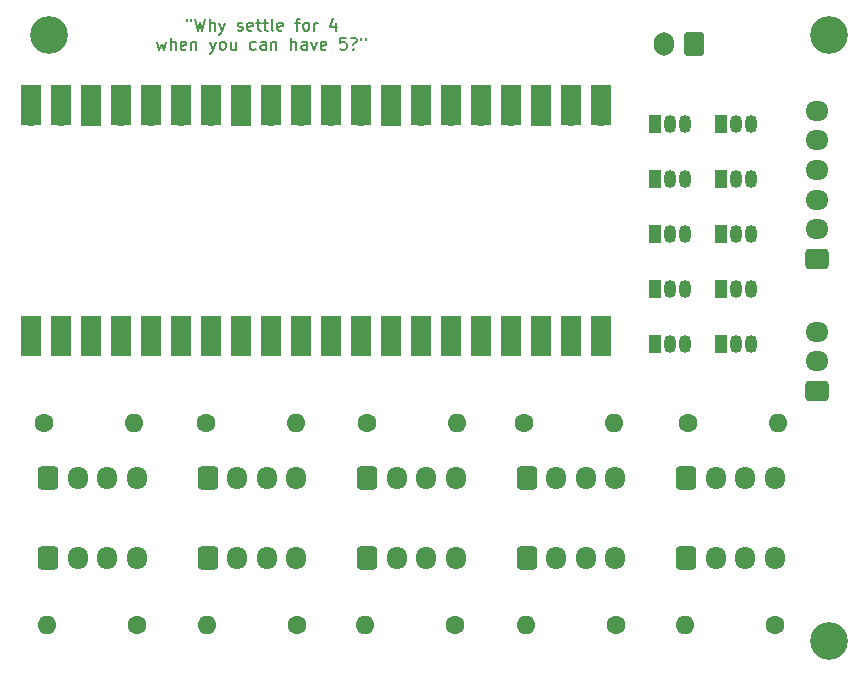
<source format=gts>
%TF.GenerationSoftware,KiCad,Pcbnew,(6.0.8)*%
%TF.CreationDate,2023-01-23T02:10:56-07:00*%
%TF.ProjectId,PicoIO-THT,5069636f-494f-42d5-9448-542e6b696361,rev?*%
%TF.SameCoordinates,Original*%
%TF.FileFunction,Soldermask,Top*%
%TF.FilePolarity,Negative*%
%FSLAX46Y46*%
G04 Gerber Fmt 4.6, Leading zero omitted, Abs format (unit mm)*
G04 Created by KiCad (PCBNEW (6.0.8)) date 2023-01-23 02:10:57*
%MOMM*%
%LPD*%
G01*
G04 APERTURE LIST*
G04 Aperture macros list*
%AMRoundRect*
0 Rectangle with rounded corners*
0 $1 Rounding radius*
0 $2 $3 $4 $5 $6 $7 $8 $9 X,Y pos of 4 corners*
0 Add a 4 corners polygon primitive as box body*
4,1,4,$2,$3,$4,$5,$6,$7,$8,$9,$2,$3,0*
0 Add four circle primitives for the rounded corners*
1,1,$1+$1,$2,$3*
1,1,$1+$1,$4,$5*
1,1,$1+$1,$6,$7*
1,1,$1+$1,$8,$9*
0 Add four rect primitives between the rounded corners*
20,1,$1+$1,$2,$3,$4,$5,0*
20,1,$1+$1,$4,$5,$6,$7,0*
20,1,$1+$1,$6,$7,$8,$9,0*
20,1,$1+$1,$8,$9,$2,$3,0*%
G04 Aperture macros list end*
%ADD10C,0.150000*%
%ADD11O,1.950000X1.700000*%
%ADD12RoundRect,0.250000X0.725000X-0.600000X0.725000X0.600000X-0.725000X0.600000X-0.725000X-0.600000X0*%
%ADD13R,1.700000X3.500000*%
%ADD14O,1.700000X1.700000*%
%ADD15R,1.700000X1.700000*%
%ADD16RoundRect,0.250000X-0.600000X-0.725000X0.600000X-0.725000X0.600000X0.725000X-0.600000X0.725000X0*%
%ADD17O,1.700000X1.950000*%
%ADD18C,1.600000*%
%ADD19O,1.600000X1.600000*%
%ADD20C,3.200000*%
%ADD21O,1.050000X1.500000*%
%ADD22R,1.050000X1.500000*%
%ADD23RoundRect,0.250000X0.600000X0.750000X-0.600000X0.750000X-0.600000X-0.750000X0.600000X-0.750000X0*%
%ADD24O,1.700000X2.000000*%
G04 APERTURE END LIST*
D10*
X125192857Y-67664380D02*
X125192857Y-67854857D01*
X125573809Y-67664380D02*
X125573809Y-67854857D01*
X125907142Y-67664380D02*
X126145238Y-68664380D01*
X126335714Y-67950095D01*
X126526190Y-68664380D01*
X126764285Y-67664380D01*
X127145238Y-68664380D02*
X127145238Y-67664380D01*
X127573809Y-68664380D02*
X127573809Y-68140571D01*
X127526190Y-68045333D01*
X127430952Y-67997714D01*
X127288095Y-67997714D01*
X127192857Y-68045333D01*
X127145238Y-68092952D01*
X127954761Y-67997714D02*
X128192857Y-68664380D01*
X128430952Y-67997714D02*
X128192857Y-68664380D01*
X128097619Y-68902476D01*
X128050000Y-68950095D01*
X127954761Y-68997714D01*
X129526190Y-68616761D02*
X129621428Y-68664380D01*
X129811904Y-68664380D01*
X129907142Y-68616761D01*
X129954761Y-68521523D01*
X129954761Y-68473904D01*
X129907142Y-68378666D01*
X129811904Y-68331047D01*
X129669047Y-68331047D01*
X129573809Y-68283428D01*
X129526190Y-68188190D01*
X129526190Y-68140571D01*
X129573809Y-68045333D01*
X129669047Y-67997714D01*
X129811904Y-67997714D01*
X129907142Y-68045333D01*
X130764285Y-68616761D02*
X130669047Y-68664380D01*
X130478571Y-68664380D01*
X130383333Y-68616761D01*
X130335714Y-68521523D01*
X130335714Y-68140571D01*
X130383333Y-68045333D01*
X130478571Y-67997714D01*
X130669047Y-67997714D01*
X130764285Y-68045333D01*
X130811904Y-68140571D01*
X130811904Y-68235809D01*
X130335714Y-68331047D01*
X131097619Y-67997714D02*
X131478571Y-67997714D01*
X131240476Y-67664380D02*
X131240476Y-68521523D01*
X131288095Y-68616761D01*
X131383333Y-68664380D01*
X131478571Y-68664380D01*
X131669047Y-67997714D02*
X132050000Y-67997714D01*
X131811904Y-67664380D02*
X131811904Y-68521523D01*
X131859523Y-68616761D01*
X131954761Y-68664380D01*
X132050000Y-68664380D01*
X132526190Y-68664380D02*
X132430952Y-68616761D01*
X132383333Y-68521523D01*
X132383333Y-67664380D01*
X133288095Y-68616761D02*
X133192857Y-68664380D01*
X133002380Y-68664380D01*
X132907142Y-68616761D01*
X132859523Y-68521523D01*
X132859523Y-68140571D01*
X132907142Y-68045333D01*
X133002380Y-67997714D01*
X133192857Y-67997714D01*
X133288095Y-68045333D01*
X133335714Y-68140571D01*
X133335714Y-68235809D01*
X132859523Y-68331047D01*
X134383333Y-67997714D02*
X134764285Y-67997714D01*
X134526190Y-68664380D02*
X134526190Y-67807238D01*
X134573809Y-67712000D01*
X134669047Y-67664380D01*
X134764285Y-67664380D01*
X135240476Y-68664380D02*
X135145238Y-68616761D01*
X135097619Y-68569142D01*
X135050000Y-68473904D01*
X135050000Y-68188190D01*
X135097619Y-68092952D01*
X135145238Y-68045333D01*
X135240476Y-67997714D01*
X135383333Y-67997714D01*
X135478571Y-68045333D01*
X135526190Y-68092952D01*
X135573809Y-68188190D01*
X135573809Y-68473904D01*
X135526190Y-68569142D01*
X135478571Y-68616761D01*
X135383333Y-68664380D01*
X135240476Y-68664380D01*
X136002380Y-68664380D02*
X136002380Y-67997714D01*
X136002380Y-68188190D02*
X136050000Y-68092952D01*
X136097619Y-68045333D01*
X136192857Y-67997714D01*
X136288095Y-67997714D01*
X137811904Y-67997714D02*
X137811904Y-68664380D01*
X137573809Y-67616761D02*
X137335714Y-68331047D01*
X137954761Y-68331047D01*
X122692857Y-69607714D02*
X122883333Y-70274380D01*
X123073809Y-69798190D01*
X123264285Y-70274380D01*
X123454761Y-69607714D01*
X123835714Y-70274380D02*
X123835714Y-69274380D01*
X124264285Y-70274380D02*
X124264285Y-69750571D01*
X124216666Y-69655333D01*
X124121428Y-69607714D01*
X123978571Y-69607714D01*
X123883333Y-69655333D01*
X123835714Y-69702952D01*
X125121428Y-70226761D02*
X125026190Y-70274380D01*
X124835714Y-70274380D01*
X124740476Y-70226761D01*
X124692857Y-70131523D01*
X124692857Y-69750571D01*
X124740476Y-69655333D01*
X124835714Y-69607714D01*
X125026190Y-69607714D01*
X125121428Y-69655333D01*
X125169047Y-69750571D01*
X125169047Y-69845809D01*
X124692857Y-69941047D01*
X125597619Y-69607714D02*
X125597619Y-70274380D01*
X125597619Y-69702952D02*
X125645238Y-69655333D01*
X125740476Y-69607714D01*
X125883333Y-69607714D01*
X125978571Y-69655333D01*
X126026190Y-69750571D01*
X126026190Y-70274380D01*
X127169047Y-69607714D02*
X127407142Y-70274380D01*
X127645238Y-69607714D02*
X127407142Y-70274380D01*
X127311904Y-70512476D01*
X127264285Y-70560095D01*
X127169047Y-70607714D01*
X128169047Y-70274380D02*
X128073809Y-70226761D01*
X128026190Y-70179142D01*
X127978571Y-70083904D01*
X127978571Y-69798190D01*
X128026190Y-69702952D01*
X128073809Y-69655333D01*
X128169047Y-69607714D01*
X128311904Y-69607714D01*
X128407142Y-69655333D01*
X128454761Y-69702952D01*
X128502380Y-69798190D01*
X128502380Y-70083904D01*
X128454761Y-70179142D01*
X128407142Y-70226761D01*
X128311904Y-70274380D01*
X128169047Y-70274380D01*
X129359523Y-69607714D02*
X129359523Y-70274380D01*
X128930952Y-69607714D02*
X128930952Y-70131523D01*
X128978571Y-70226761D01*
X129073809Y-70274380D01*
X129216666Y-70274380D01*
X129311904Y-70226761D01*
X129359523Y-70179142D01*
X131026190Y-70226761D02*
X130930952Y-70274380D01*
X130740476Y-70274380D01*
X130645238Y-70226761D01*
X130597619Y-70179142D01*
X130550000Y-70083904D01*
X130550000Y-69798190D01*
X130597619Y-69702952D01*
X130645238Y-69655333D01*
X130740476Y-69607714D01*
X130930952Y-69607714D01*
X131026190Y-69655333D01*
X131883333Y-70274380D02*
X131883333Y-69750571D01*
X131835714Y-69655333D01*
X131740476Y-69607714D01*
X131550000Y-69607714D01*
X131454761Y-69655333D01*
X131883333Y-70226761D02*
X131788095Y-70274380D01*
X131550000Y-70274380D01*
X131454761Y-70226761D01*
X131407142Y-70131523D01*
X131407142Y-70036285D01*
X131454761Y-69941047D01*
X131550000Y-69893428D01*
X131788095Y-69893428D01*
X131883333Y-69845809D01*
X132359523Y-69607714D02*
X132359523Y-70274380D01*
X132359523Y-69702952D02*
X132407142Y-69655333D01*
X132502380Y-69607714D01*
X132645238Y-69607714D01*
X132740476Y-69655333D01*
X132788095Y-69750571D01*
X132788095Y-70274380D01*
X134026190Y-70274380D02*
X134026190Y-69274380D01*
X134454761Y-70274380D02*
X134454761Y-69750571D01*
X134407142Y-69655333D01*
X134311904Y-69607714D01*
X134169047Y-69607714D01*
X134073809Y-69655333D01*
X134026190Y-69702952D01*
X135359523Y-70274380D02*
X135359523Y-69750571D01*
X135311904Y-69655333D01*
X135216666Y-69607714D01*
X135026190Y-69607714D01*
X134930952Y-69655333D01*
X135359523Y-70226761D02*
X135264285Y-70274380D01*
X135026190Y-70274380D01*
X134930952Y-70226761D01*
X134883333Y-70131523D01*
X134883333Y-70036285D01*
X134930952Y-69941047D01*
X135026190Y-69893428D01*
X135264285Y-69893428D01*
X135359523Y-69845809D01*
X135740476Y-69607714D02*
X135978571Y-70274380D01*
X136216666Y-69607714D01*
X136978571Y-70226761D02*
X136883333Y-70274380D01*
X136692857Y-70274380D01*
X136597619Y-70226761D01*
X136550000Y-70131523D01*
X136550000Y-69750571D01*
X136597619Y-69655333D01*
X136692857Y-69607714D01*
X136883333Y-69607714D01*
X136978571Y-69655333D01*
X137026190Y-69750571D01*
X137026190Y-69845809D01*
X136550000Y-69941047D01*
X138692857Y-69274380D02*
X138216666Y-69274380D01*
X138169047Y-69750571D01*
X138216666Y-69702952D01*
X138311904Y-69655333D01*
X138550000Y-69655333D01*
X138645238Y-69702952D01*
X138692857Y-69750571D01*
X138740476Y-69845809D01*
X138740476Y-70083904D01*
X138692857Y-70179142D01*
X138645238Y-70226761D01*
X138550000Y-70274380D01*
X138311904Y-70274380D01*
X138216666Y-70226761D01*
X138169047Y-70179142D01*
X139311904Y-70179142D02*
X139359523Y-70226761D01*
X139311904Y-70274380D01*
X139264285Y-70226761D01*
X139311904Y-70179142D01*
X139311904Y-70274380D01*
X139121428Y-69322000D02*
X139216666Y-69274380D01*
X139454761Y-69274380D01*
X139550000Y-69322000D01*
X139597619Y-69417238D01*
X139597619Y-69512476D01*
X139550000Y-69607714D01*
X139502380Y-69655333D01*
X139407142Y-69702952D01*
X139359523Y-69750571D01*
X139311904Y-69845809D01*
X139311904Y-69893428D01*
X139978571Y-69274380D02*
X139978571Y-69464857D01*
X140359523Y-69274380D02*
X140359523Y-69464857D01*
D11*
%TO.C,J11*%
X178523000Y-94143000D03*
X178523000Y-96643000D03*
D12*
X178523000Y-99143000D03*
%TD*%
D13*
%TO.C,U1*%
X111992000Y-74975000D03*
D14*
X111992000Y-75875000D03*
D13*
X114532000Y-74975000D03*
D14*
X114532000Y-75875000D03*
D15*
X117072000Y-75875000D03*
D13*
X117072000Y-74975000D03*
X119612000Y-74975000D03*
D14*
X119612000Y-75875000D03*
X122152000Y-75875000D03*
D13*
X122152000Y-74975000D03*
X124692000Y-74975000D03*
D14*
X124692000Y-75875000D03*
D13*
X127232000Y-74975000D03*
D14*
X127232000Y-75875000D03*
D15*
X129772000Y-75875000D03*
D13*
X129772000Y-74975000D03*
X132312000Y-74975000D03*
D14*
X132312000Y-75875000D03*
X134852000Y-75875000D03*
D13*
X134852000Y-74975000D03*
X137392000Y-74975000D03*
D14*
X137392000Y-75875000D03*
X139932000Y-75875000D03*
D13*
X139932000Y-74975000D03*
D15*
X142472000Y-75875000D03*
D13*
X142472000Y-74975000D03*
X145012000Y-74975000D03*
D14*
X145012000Y-75875000D03*
X147552000Y-75875000D03*
D13*
X147552000Y-74975000D03*
D14*
X150092000Y-75875000D03*
D13*
X150092000Y-74975000D03*
D14*
X152632000Y-75875000D03*
D13*
X152632000Y-74975000D03*
X155172000Y-74975000D03*
D15*
X155172000Y-75875000D03*
D13*
X157712000Y-74975000D03*
D14*
X157712000Y-75875000D03*
X160252000Y-75875000D03*
D13*
X160252000Y-74975000D03*
D14*
X160252000Y-93655000D03*
D13*
X160252000Y-94555000D03*
D14*
X157712000Y-93655000D03*
D13*
X157712000Y-94555000D03*
X155172000Y-94555000D03*
D15*
X155172000Y-93655000D03*
D13*
X152632000Y-94555000D03*
D14*
X152632000Y-93655000D03*
X150092000Y-93655000D03*
D13*
X150092000Y-94555000D03*
D14*
X147552000Y-93655000D03*
D13*
X147552000Y-94555000D03*
X145012000Y-94555000D03*
D14*
X145012000Y-93655000D03*
D15*
X142472000Y-93655000D03*
D13*
X142472000Y-94555000D03*
D14*
X139932000Y-93655000D03*
D13*
X139932000Y-94555000D03*
D14*
X137392000Y-93655000D03*
D13*
X137392000Y-94555000D03*
X134852000Y-94555000D03*
D14*
X134852000Y-93655000D03*
D13*
X132312000Y-94555000D03*
D14*
X132312000Y-93655000D03*
D13*
X129772000Y-94555000D03*
D15*
X129772000Y-93655000D03*
D14*
X127232000Y-93655000D03*
D13*
X127232000Y-94555000D03*
X124692000Y-94555000D03*
D14*
X124692000Y-93655000D03*
X122152000Y-93655000D03*
D13*
X122152000Y-94555000D03*
D14*
X119612000Y-93655000D03*
D13*
X119612000Y-94555000D03*
D15*
X117072000Y-93655000D03*
D13*
X117072000Y-94555000D03*
D14*
X114532000Y-93655000D03*
D13*
X114532000Y-94555000D03*
D14*
X111992000Y-93655000D03*
D13*
X111992000Y-94555000D03*
%TD*%
D16*
%TO.C,J5*%
X167480000Y-106508000D03*
D17*
X169980000Y-106508000D03*
X172480000Y-106508000D03*
X174980000Y-106508000D03*
%TD*%
D18*
%TO.C,R1*%
X113157000Y-101850000D03*
D19*
X120777000Y-101850000D03*
%TD*%
D16*
%TO.C,J10*%
X167480000Y-113283000D03*
D17*
X169980000Y-113283000D03*
X172480000Y-113283000D03*
X174980000Y-113283000D03*
%TD*%
D16*
%TO.C,J6*%
X113480000Y-113283000D03*
D17*
X115980000Y-113283000D03*
X118480000Y-113283000D03*
X120980000Y-113283000D03*
%TD*%
D20*
%TO.C,REF\u002A\u002A*%
X179556000Y-69017000D03*
%TD*%
D21*
%TO.C,Q1*%
X167400000Y-76560000D03*
X166130000Y-76560000D03*
D22*
X164860000Y-76560000D03*
%TD*%
D21*
%TO.C,Q4*%
X167400000Y-90540000D03*
X166130000Y-90540000D03*
D22*
X164860000Y-90540000D03*
%TD*%
D16*
%TO.C,J7*%
X126980000Y-113283000D03*
D17*
X129480000Y-113283000D03*
X131980000Y-113283000D03*
X134480000Y-113283000D03*
%TD*%
D16*
%TO.C,J3*%
X140480000Y-106508000D03*
D17*
X142980000Y-106508000D03*
X145480000Y-106508000D03*
X147980000Y-106508000D03*
%TD*%
D16*
%TO.C,J4*%
X153980000Y-106508000D03*
D17*
X156480000Y-106508000D03*
X158980000Y-106508000D03*
X161480000Y-106508000D03*
%TD*%
D16*
%TO.C,J1*%
X113480000Y-106508000D03*
D17*
X115980000Y-106508000D03*
X118480000Y-106508000D03*
X120980000Y-106508000D03*
%TD*%
D22*
%TO.C,Q3*%
X164859000Y-85880000D03*
D21*
X166129000Y-85880000D03*
X167399000Y-85880000D03*
%TD*%
D22*
%TO.C,Q10*%
X170420000Y-95200000D03*
D21*
X171690000Y-95200000D03*
X172960000Y-95200000D03*
%TD*%
%TO.C,Q7*%
X167400000Y-81220000D03*
X166130000Y-81220000D03*
D22*
X164860000Y-81220000D03*
%TD*%
D11*
%TO.C,J12*%
X178540000Y-75467000D03*
X178540000Y-77967000D03*
X178540000Y-80467000D03*
X178540000Y-82967000D03*
X178540000Y-85467000D03*
D12*
X178540000Y-87967000D03*
%TD*%
D21*
%TO.C,Q8*%
X172960000Y-85880000D03*
X171690000Y-85880000D03*
D22*
X170420000Y-85880000D03*
%TD*%
D16*
%TO.C,J2*%
X126980000Y-106508000D03*
D17*
X129480000Y-106508000D03*
X131980000Y-106508000D03*
X134480000Y-106508000D03*
%TD*%
D19*
%TO.C,R10*%
X167386000Y-118999000D03*
D18*
X175006000Y-118999000D03*
%TD*%
D22*
%TO.C,Q6*%
X170420000Y-76560000D03*
D21*
X171690000Y-76560000D03*
X172960000Y-76560000D03*
%TD*%
D19*
%TO.C,R9*%
X153924000Y-118999000D03*
D18*
X161544000Y-118999000D03*
%TD*%
D19*
%TO.C,R6*%
X113410000Y-118990000D03*
D18*
X121030000Y-118990000D03*
%TD*%
%TO.C,R7*%
X134500000Y-118999000D03*
D19*
X126880000Y-118999000D03*
%TD*%
%TO.C,R3*%
X148045000Y-101850000D03*
D18*
X140425000Y-101850000D03*
%TD*%
D22*
%TO.C,Q5*%
X164859000Y-95200000D03*
D21*
X166129000Y-95200000D03*
X167399000Y-95200000D03*
%TD*%
D16*
%TO.C,J9*%
X153980000Y-113283000D03*
D17*
X156480000Y-113283000D03*
X158980000Y-113283000D03*
X161480000Y-113283000D03*
%TD*%
D22*
%TO.C,Q2*%
X170420000Y-81220000D03*
D21*
X171690000Y-81220000D03*
X172960000Y-81220000D03*
%TD*%
D19*
%TO.C,R2*%
X134435000Y-101850000D03*
D18*
X126815000Y-101850000D03*
%TD*%
%TO.C,R4*%
X153790000Y-101850000D03*
D19*
X161410000Y-101850000D03*
%TD*%
D20*
%TO.C,REF\u002A\u002A*%
X179556000Y-120343051D03*
%TD*%
D18*
%TO.C,R5*%
X167640000Y-101850000D03*
D19*
X175260000Y-101850000D03*
%TD*%
D20*
%TO.C,REF\u002A\u002A*%
X113516000Y-69017000D03*
%TD*%
D23*
%TO.C,J14*%
X168126000Y-69796000D03*
D24*
X165626000Y-69796000D03*
%TD*%
D16*
%TO.C,J8*%
X140480000Y-113283000D03*
D17*
X142980000Y-113283000D03*
X145480000Y-113283000D03*
X147980000Y-113283000D03*
%TD*%
D18*
%TO.C,R8*%
X147955000Y-118999000D03*
D19*
X140335000Y-118999000D03*
%TD*%
D22*
%TO.C,Q9*%
X170421800Y-90540000D03*
D21*
X171691800Y-90540000D03*
X172961800Y-90540000D03*
%TD*%
M02*

</source>
